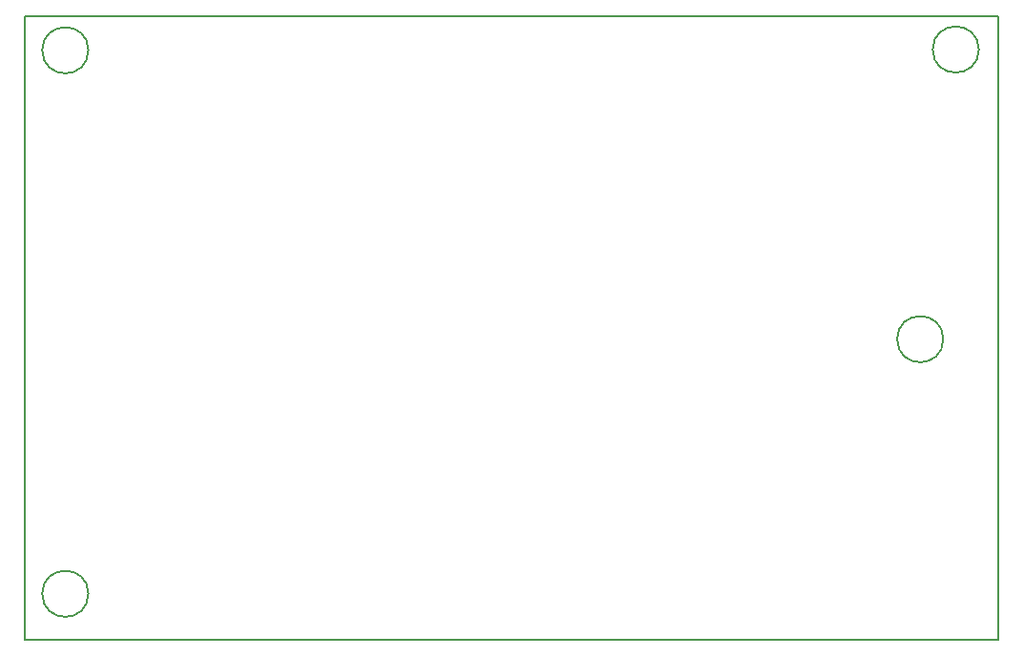
<source format=gbr>
G04 #@! TF.FileFunction,Profile,NP*
%FSLAX46Y46*%
G04 Gerber Fmt 4.6, Leading zero omitted, Abs format (unit mm)*
G04 Created by KiCad (PCBNEW 4.0.2-stable) date 25/08/2016 11:49:55*
%MOMM*%
G01*
G04 APERTURE LIST*
%ADD10C,0.100000*%
%ADD11C,0.150000*%
G04 APERTURE END LIST*
D10*
D11*
X193040000Y-131064000D02*
X193040000Y-75692000D01*
X106680000Y-75692000D02*
X106680000Y-131064000D01*
X106680000Y-75692000D02*
X193040000Y-75692000D01*
X193040000Y-131064000D02*
X106680000Y-131064000D01*
X112283813Y-127000000D02*
G75*
G03X112283813Y-127000000I-2047813J0D01*
G01*
X188128213Y-104394000D02*
G75*
G03X188128213Y-104394000I-2047813J0D01*
G01*
X191277813Y-78676500D02*
G75*
G03X191277813Y-78676500I-2047813J0D01*
G01*
X112283813Y-78740000D02*
G75*
G03X112283813Y-78740000I-2047813J0D01*
G01*
M02*

</source>
